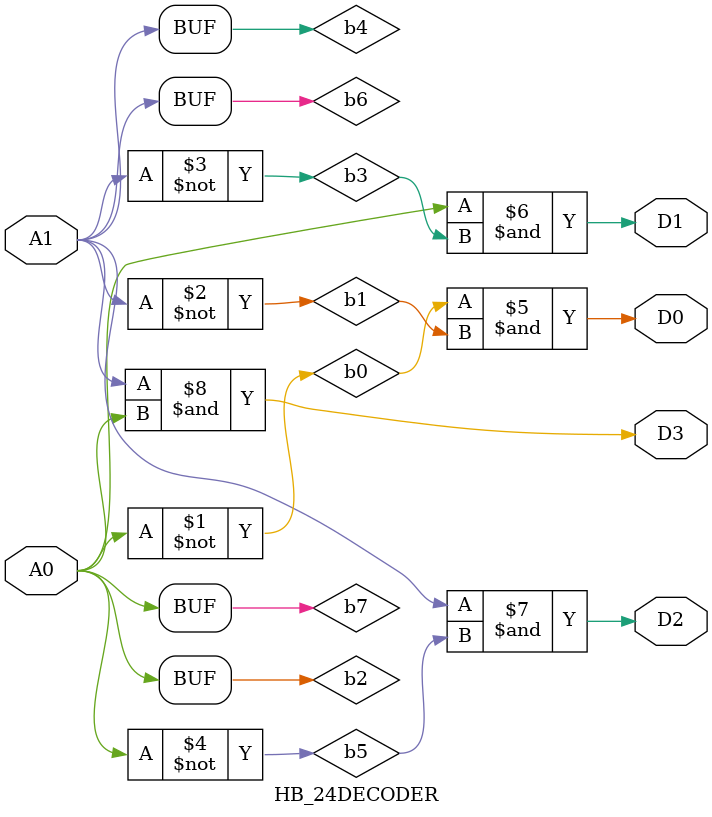
<source format=v>
module HB_24DECODER(
	input A1, A0,
	output D3, D2, D1, D0
);


wire b0,b1,b2,b3,b4,b5,b6,b7;

assign b0 = ~ A0;
assign b1 = ~ A1;
assign b2 = A0;
assign b3 = ~ A1;
assign b4 = A1;
assign b5 = ~ A0;
assign b6 =  A1;
assign b7 = A0;
assign D0 = b0 & b1;
assign D1 = b2 & b3;
assign D2 = b4 & b5;
assign D3 = b6 & b7;

endmodule

</source>
